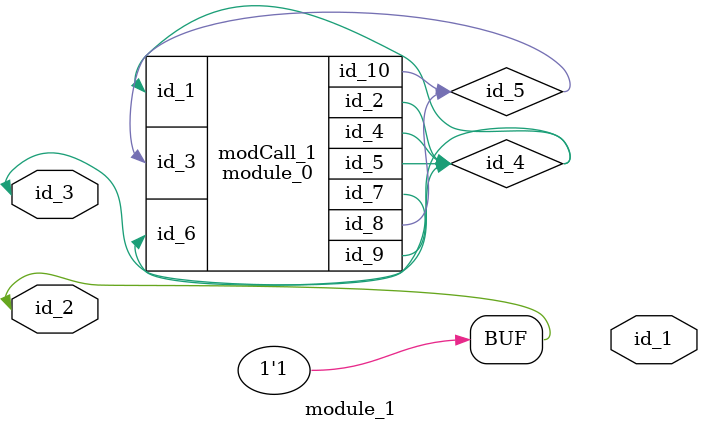
<source format=v>
module module_0 (
    id_1,
    id_2,
    id_3,
    id_4,
    id_5,
    id_6,
    id_7,
    id_8,
    id_9,
    id_10
);
  inout wire id_10;
  inout wire id_9;
  inout wire id_8;
  inout wire id_7;
  input wire id_6;
  inout wire id_5;
  output wire id_4;
  input wire id_3;
  inout wire id_2;
  input wire id_1;
  wire id_11;
endmodule
module module_1 (
    id_1,
    id_2,
    id_3
);
  inout wire id_3;
  inout wire id_2;
  output wire id_1;
  wire id_4;
  wire id_5;
  module_0 modCall_1 (
      id_4,
      id_4,
      id_5,
      id_4,
      id_4,
      id_4,
      id_3,
      id_5,
      id_4,
      id_5
  );
  initial begin : LABEL_0
    id_2 <= 1;
  end
endmodule

</source>
